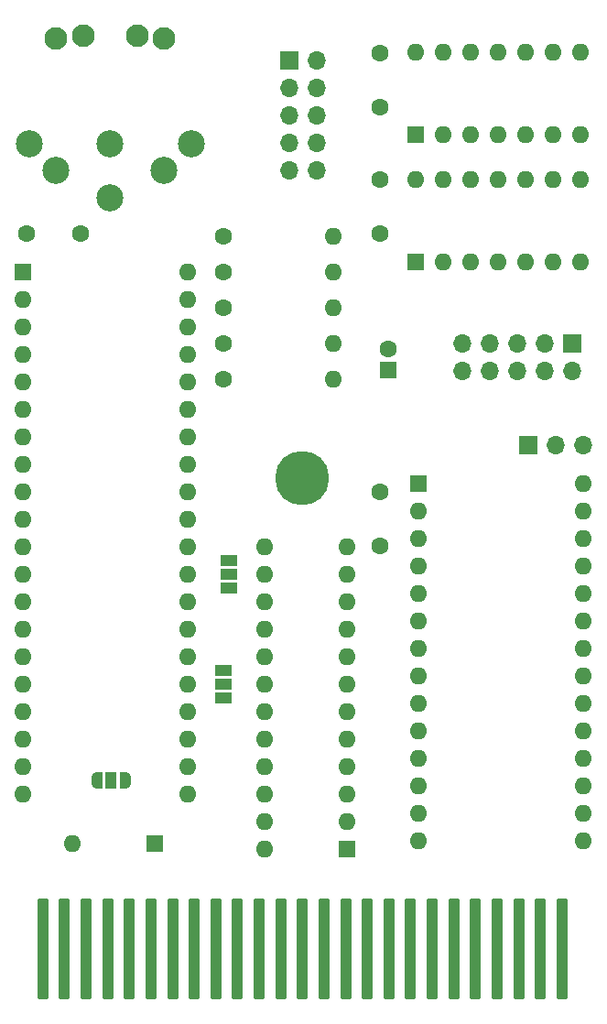
<source format=gbs>
G04 #@! TF.GenerationSoftware,KiCad,Pcbnew,6.0.2+dfsg-1*
G04 #@! TF.CreationDate,2025-05-07T10:32:11+02:00*
G04 #@! TF.ProjectId,burstcart-via,62757273-7463-4617-9274-2d7669612e6b,1.1*
G04 #@! TF.SameCoordinates,Original*
G04 #@! TF.FileFunction,Soldermask,Bot*
G04 #@! TF.FilePolarity,Negative*
%FSLAX46Y46*%
G04 Gerber Fmt 4.6, Leading zero omitted, Abs format (unit mm)*
G04 Created by KiCad (PCBNEW 6.0.2+dfsg-1) date 2025-05-07 10:32:11*
%MOMM*%
%LPD*%
G01*
G04 APERTURE LIST*
G04 Aperture macros list*
%AMRoundRect*
0 Rectangle with rounded corners*
0 $1 Rounding radius*
0 $2 $3 $4 $5 $6 $7 $8 $9 X,Y pos of 4 corners*
0 Add a 4 corners polygon primitive as box body*
4,1,4,$2,$3,$4,$5,$6,$7,$8,$9,$2,$3,0*
0 Add four circle primitives for the rounded corners*
1,1,$1+$1,$2,$3*
1,1,$1+$1,$4,$5*
1,1,$1+$1,$6,$7*
1,1,$1+$1,$8,$9*
0 Add four rect primitives between the rounded corners*
20,1,$1+$1,$2,$3,$4,$5,0*
20,1,$1+$1,$4,$5,$6,$7,0*
20,1,$1+$1,$6,$7,$8,$9,0*
20,1,$1+$1,$8,$9,$2,$3,0*%
%AMFreePoly0*
4,1,22,0.550000,-0.750000,0.000000,-0.750000,0.000000,-0.745033,-0.079941,-0.743568,-0.215256,-0.701293,-0.333266,-0.622738,-0.424486,-0.514219,-0.481581,-0.384460,-0.499164,-0.250000,-0.500000,-0.250000,-0.500000,0.250000,-0.499164,0.250000,-0.499963,0.256109,-0.478152,0.396186,-0.417904,0.524511,-0.324060,0.630769,-0.204165,0.706417,-0.067858,0.745374,0.000000,0.744959,0.000000,0.750000,
0.550000,0.750000,0.550000,-0.750000,0.550000,-0.750000,$1*%
%AMFreePoly1*
4,1,20,0.000000,0.744959,0.073905,0.744508,0.209726,0.703889,0.328688,0.626782,0.421226,0.519385,0.479903,0.390333,0.500000,0.250000,0.500000,-0.250000,0.499851,-0.262216,0.476331,-0.402017,0.414519,-0.529596,0.319384,-0.634700,0.198574,-0.708877,0.061801,-0.746166,0.000000,-0.745033,0.000000,-0.750000,-0.550000,-0.750000,-0.550000,0.750000,0.000000,0.750000,0.000000,0.744959,
0.000000,0.744959,$1*%
G04 Aperture macros list end*
%ADD10R,1.500000X1.000000*%
%ADD11C,1.600000*%
%ADD12O,1.600000X1.600000*%
%ADD13R,1.700000X1.700000*%
%ADD14O,1.700000X1.700000*%
%ADD15C,2.100000*%
%ADD16C,2.500000*%
%ADD17R,1.600000X1.600000*%
%ADD18C,5.000000*%
%ADD19RoundRect,0.163300X-0.337500X-4.512500X0.337500X-4.512500X0.337500X4.512500X-0.337500X4.512500X0*%
%ADD20FreePoly0,0.000000*%
%ADD21R,1.000000X1.500000*%
%ADD22FreePoly1,0.000000*%
G04 APERTURE END LIST*
D10*
X141478000Y-104424000D03*
X141478000Y-103124000D03*
X141478000Y-101824000D03*
D11*
X140970000Y-75184000D03*
D12*
X151130000Y-75184000D03*
D11*
X127762000Y-71628000D03*
X122762000Y-71628000D03*
D13*
X147066000Y-55626000D03*
D14*
X149606000Y-55626000D03*
X147066000Y-58166000D03*
X149606000Y-58166000D03*
X147066000Y-60706000D03*
X149606000Y-60706000D03*
X147066000Y-63246000D03*
X149606000Y-63246000D03*
X147066000Y-65786000D03*
X149606000Y-65786000D03*
D15*
X127976000Y-53294000D03*
X125476000Y-53594000D03*
X132976000Y-53294000D03*
X135476000Y-53594000D03*
D16*
X122976000Y-63294000D03*
X125476000Y-65794000D03*
X130476000Y-63294000D03*
X135476000Y-65794000D03*
X137976000Y-63294000D03*
X130476000Y-68294000D03*
D17*
X158999000Y-94727000D03*
D12*
X158999000Y-97267000D03*
X158999000Y-99807000D03*
X158999000Y-102347000D03*
X158999000Y-104887000D03*
X158999000Y-107427000D03*
X158999000Y-109967000D03*
X158999000Y-112507000D03*
X158999000Y-115047000D03*
X158999000Y-117587000D03*
X158999000Y-120127000D03*
X158999000Y-122667000D03*
X158999000Y-125207000D03*
X158999000Y-127747000D03*
X174239000Y-127747000D03*
X174239000Y-125207000D03*
X174239000Y-122667000D03*
X174239000Y-120127000D03*
X174239000Y-117587000D03*
X174239000Y-115047000D03*
X174239000Y-112507000D03*
X174239000Y-109967000D03*
X174239000Y-107427000D03*
X174239000Y-104887000D03*
X174239000Y-102347000D03*
X174239000Y-99807000D03*
X174239000Y-97267000D03*
X174239000Y-94727000D03*
D11*
X155448000Y-95504000D03*
X155448000Y-100504000D03*
D17*
X134620000Y-128016000D03*
D12*
X127000000Y-128016000D03*
D17*
X158750000Y-74234000D03*
D12*
X161290000Y-74234000D03*
X163830000Y-74234000D03*
X166370000Y-74234000D03*
X168910000Y-74234000D03*
X171450000Y-74234000D03*
X173990000Y-74234000D03*
X173990000Y-66614000D03*
X171450000Y-66614000D03*
X168910000Y-66614000D03*
X166370000Y-66614000D03*
X163830000Y-66614000D03*
X161290000Y-66614000D03*
X158750000Y-66614000D03*
D11*
X140970000Y-85090000D03*
D12*
X151130000Y-85090000D03*
D18*
X148253100Y-94259600D03*
D19*
X124253100Y-137759600D03*
X168253100Y-137759600D03*
X126253100Y-137759600D03*
X170253100Y-137759600D03*
X128253100Y-137759600D03*
X172253100Y-137759600D03*
X130253100Y-137759600D03*
X132253100Y-137759600D03*
X134253100Y-137759600D03*
X136253100Y-137759600D03*
X138253100Y-137759600D03*
X140253100Y-137759600D03*
X142253100Y-137759600D03*
X144253100Y-137759600D03*
X146253100Y-137759600D03*
X148253100Y-137759600D03*
X150253100Y-137759600D03*
X152253100Y-137759600D03*
X154253100Y-137759600D03*
X156253100Y-137759600D03*
X158253100Y-137759600D03*
X160253100Y-137759600D03*
X162253100Y-137759600D03*
X164253100Y-137759600D03*
X166253100Y-137759600D03*
D13*
X169164000Y-91186000D03*
D14*
X171704000Y-91186000D03*
X174244000Y-91186000D03*
D13*
X173223000Y-81783000D03*
D14*
X173223000Y-84323000D03*
X170683000Y-81783000D03*
X170683000Y-84323000D03*
X168143000Y-81783000D03*
X168143000Y-84323000D03*
X165603000Y-81783000D03*
X165603000Y-84323000D03*
X163063000Y-81783000D03*
X163063000Y-84323000D03*
D17*
X152390000Y-128529000D03*
D12*
X152390000Y-125989000D03*
X152390000Y-123449000D03*
X152390000Y-120909000D03*
X152390000Y-118369000D03*
X152390000Y-115829000D03*
X152390000Y-113289000D03*
X152390000Y-110749000D03*
X152390000Y-108209000D03*
X152390000Y-105669000D03*
X152390000Y-103129000D03*
X152390000Y-100589000D03*
X144770000Y-100589000D03*
X144770000Y-103129000D03*
X144770000Y-105669000D03*
X144770000Y-108209000D03*
X144770000Y-110749000D03*
X144770000Y-113289000D03*
X144770000Y-115829000D03*
X144770000Y-118369000D03*
X144770000Y-120909000D03*
X144770000Y-123449000D03*
X144770000Y-125989000D03*
X144770000Y-128529000D03*
D17*
X158750000Y-62484000D03*
D12*
X161290000Y-62484000D03*
X163830000Y-62484000D03*
X166370000Y-62484000D03*
X168910000Y-62484000D03*
X171450000Y-62484000D03*
X173990000Y-62484000D03*
X173990000Y-54864000D03*
X171450000Y-54864000D03*
X168910000Y-54864000D03*
X166370000Y-54864000D03*
X163830000Y-54864000D03*
X161290000Y-54864000D03*
X158750000Y-54864000D03*
D17*
X156210000Y-84267100D03*
D11*
X156210000Y-82267100D03*
X140970000Y-78486000D03*
D12*
X151130000Y-78486000D03*
D17*
X122423000Y-75184000D03*
D12*
X122423000Y-77724000D03*
X122423000Y-80264000D03*
X122423000Y-82804000D03*
X122423000Y-85344000D03*
X122423000Y-87884000D03*
X122423000Y-90424000D03*
X122423000Y-92964000D03*
X122423000Y-95504000D03*
X122423000Y-98044000D03*
X122423000Y-100584000D03*
X122423000Y-103124000D03*
X122423000Y-105664000D03*
X122423000Y-108204000D03*
X122423000Y-110744000D03*
X122423000Y-113284000D03*
X122423000Y-115824000D03*
X122423000Y-118364000D03*
X122423000Y-120904000D03*
X122423000Y-123444000D03*
X137663000Y-123444000D03*
X137663000Y-120904000D03*
X137663000Y-118364000D03*
X137663000Y-115824000D03*
X137663000Y-113284000D03*
X137663000Y-110744000D03*
X137663000Y-108204000D03*
X137663000Y-105664000D03*
X137663000Y-103124000D03*
X137663000Y-100584000D03*
X137663000Y-98044000D03*
X137663000Y-95504000D03*
X137663000Y-92964000D03*
X137663000Y-90424000D03*
X137663000Y-87884000D03*
X137663000Y-85344000D03*
X137663000Y-82804000D03*
X137663000Y-80264000D03*
X137663000Y-77724000D03*
X137663000Y-75184000D03*
D11*
X155448000Y-66614000D03*
X155448000Y-71614000D03*
X155448000Y-54930000D03*
X155448000Y-59930000D03*
X140970000Y-81788000D03*
D12*
X151130000Y-81788000D03*
D11*
X140970000Y-71882000D03*
D12*
X151130000Y-71882000D03*
D10*
X140970000Y-111984000D03*
X140970000Y-113284000D03*
X140970000Y-114584000D03*
D20*
X129256000Y-122174000D03*
D21*
X130556000Y-122174000D03*
D22*
X131856000Y-122174000D03*
M02*

</source>
